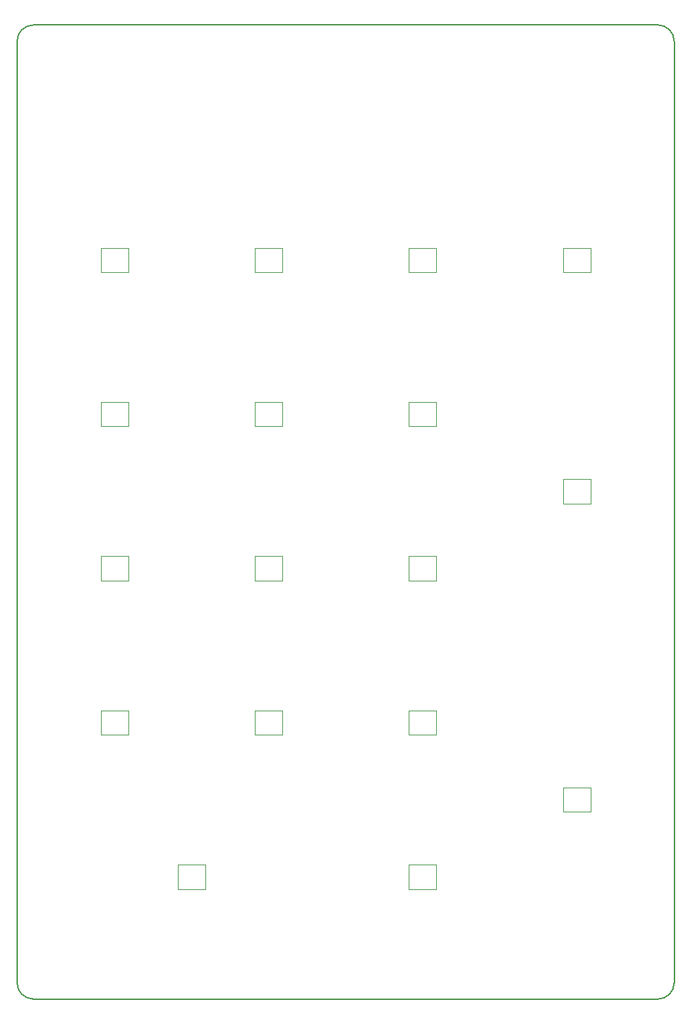
<source format=gbr>
%TF.GenerationSoftware,KiCad,Pcbnew,(5.1.10)-1*%
%TF.CreationDate,2021-11-22T22:58:02-06:00*%
%TF.ProjectId,PyKey18,50794b65-7931-4382-9e6b-696361645f70,1.0*%
%TF.SameCoordinates,Original*%
%TF.FileFunction,Profile,NP*%
%FSLAX46Y46*%
G04 Gerber Fmt 4.6, Leading zero omitted, Abs format (unit mm)*
G04 Created by KiCad (PCBNEW (5.1.10)-1) date 2021-11-22 22:58:02*
%MOMM*%
%LPD*%
G01*
G04 APERTURE LIST*
%TA.AperFunction,Profile*%
%ADD10C,0.150000*%
%TD*%
%TA.AperFunction,Profile*%
%ADD11C,0.050000*%
%TD*%
G04 APERTURE END LIST*
D10*
X129000000Y-50000000D02*
G75*
G02*
X131000000Y-52000000I0J-2000000D01*
G01*
X131000000Y-168000000D02*
G75*
G02*
X129000000Y-170000000I-2000000J0D01*
G01*
X52000000Y-170000000D02*
G75*
G02*
X50000000Y-168000000I0J2000000D01*
G01*
X50000000Y-52000000D02*
G75*
G02*
X52000000Y-50000000I2000000J0D01*
G01*
X129000000Y-50000000D02*
X52000000Y-50000000D01*
X131000000Y-168000000D02*
X131000000Y-52000000D01*
X52000000Y-170000000D02*
X129000000Y-170000000D01*
X50000000Y-52000000D02*
X50000000Y-168000000D01*
D11*
%TO.C,U16*%
X120700000Y-146950000D02*
X117300000Y-146950000D01*
X117300000Y-146950000D02*
X117300000Y-143950000D01*
X117300000Y-143950000D02*
X120700000Y-143950000D01*
X120700000Y-143950000D02*
X120700000Y-146950000D01*
%TO.C,U12*%
X120700000Y-108950000D02*
X117300000Y-108950000D01*
X117300000Y-108950000D02*
X117300000Y-105950000D01*
X117300000Y-105950000D02*
X120700000Y-105950000D01*
X120700000Y-105950000D02*
X120700000Y-108950000D01*
%TO.C,U17*%
X73200000Y-156450000D02*
X69800000Y-156450000D01*
X69800000Y-156450000D02*
X69800000Y-153450000D01*
X69800000Y-153450000D02*
X73200000Y-153450000D01*
X73200000Y-153450000D02*
X73200000Y-156450000D01*
%TO.C,U3*%
X101700000Y-77450000D02*
X101700000Y-80450000D01*
X98300000Y-77450000D02*
X101700000Y-77450000D01*
X98300000Y-80450000D02*
X98300000Y-77450000D01*
X101700000Y-80450000D02*
X98300000Y-80450000D01*
%TO.C,U18*%
X101700000Y-153450000D02*
X101700000Y-156450000D01*
X98300000Y-153450000D02*
X101700000Y-153450000D01*
X98300000Y-156450000D02*
X98300000Y-153450000D01*
X101700000Y-156450000D02*
X98300000Y-156450000D01*
%TO.C,U15*%
X101700000Y-134450000D02*
X101700000Y-137450000D01*
X98300000Y-134450000D02*
X101700000Y-134450000D01*
X98300000Y-137450000D02*
X98300000Y-134450000D01*
X101700000Y-137450000D02*
X98300000Y-137450000D01*
%TO.C,U14*%
X82700000Y-134450000D02*
X82700000Y-137450000D01*
X79300000Y-134450000D02*
X82700000Y-134450000D01*
X79300000Y-137450000D02*
X79300000Y-134450000D01*
X82700000Y-137450000D02*
X79300000Y-137450000D01*
%TO.C,U13*%
X63700000Y-134450000D02*
X63700000Y-137450000D01*
X60300000Y-134450000D02*
X63700000Y-134450000D01*
X60300000Y-137450000D02*
X60300000Y-134450000D01*
X63700000Y-137450000D02*
X60300000Y-137450000D01*
%TO.C,U11*%
X101700000Y-115450000D02*
X101700000Y-118450000D01*
X98300000Y-115450000D02*
X101700000Y-115450000D01*
X98300000Y-118450000D02*
X98300000Y-115450000D01*
X101700000Y-118450000D02*
X98300000Y-118450000D01*
%TO.C,U10*%
X82700000Y-115450000D02*
X82700000Y-118450000D01*
X79300000Y-115450000D02*
X82700000Y-115450000D01*
X79300000Y-118450000D02*
X79300000Y-115450000D01*
X82700000Y-118450000D02*
X79300000Y-118450000D01*
%TO.C,U9*%
X63700000Y-115450000D02*
X63700000Y-118450000D01*
X60300000Y-115450000D02*
X63700000Y-115450000D01*
X60300000Y-118450000D02*
X60300000Y-115450000D01*
X63700000Y-118450000D02*
X60300000Y-118450000D01*
%TO.C,U8*%
X120700000Y-77450000D02*
X120700000Y-80450000D01*
X117300000Y-77450000D02*
X120700000Y-77450000D01*
X117300000Y-80450000D02*
X117300000Y-77450000D01*
X120700000Y-80450000D02*
X117300000Y-80450000D01*
%TO.C,U7*%
X101700000Y-96450000D02*
X101700000Y-99450000D01*
X98300000Y-96450000D02*
X101700000Y-96450000D01*
X98300000Y-99450000D02*
X98300000Y-96450000D01*
X101700000Y-99450000D02*
X98300000Y-99450000D01*
%TO.C,U6*%
X82700000Y-96450000D02*
X82700000Y-99450000D01*
X79300000Y-96450000D02*
X82700000Y-96450000D01*
X79300000Y-99450000D02*
X79300000Y-96450000D01*
X82700000Y-99450000D02*
X79300000Y-99450000D01*
%TO.C,U5*%
X63700000Y-96450000D02*
X63700000Y-99450000D01*
X60300000Y-96450000D02*
X63700000Y-96450000D01*
X60300000Y-99450000D02*
X60300000Y-96450000D01*
X63700000Y-99450000D02*
X60300000Y-99450000D01*
%TO.C,U2*%
X82700000Y-77450000D02*
X82700000Y-80450000D01*
X79300000Y-77450000D02*
X82700000Y-77450000D01*
X79300000Y-80450000D02*
X79300000Y-77450000D01*
X82700000Y-80450000D02*
X79300000Y-80450000D01*
%TO.C,U1*%
X63700000Y-77450000D02*
X63700000Y-80450000D01*
X60300000Y-77450000D02*
X63700000Y-77450000D01*
X60300000Y-80450000D02*
X60300000Y-77450000D01*
X63700000Y-80450000D02*
X60300000Y-80450000D01*
%TD*%
M02*

</source>
